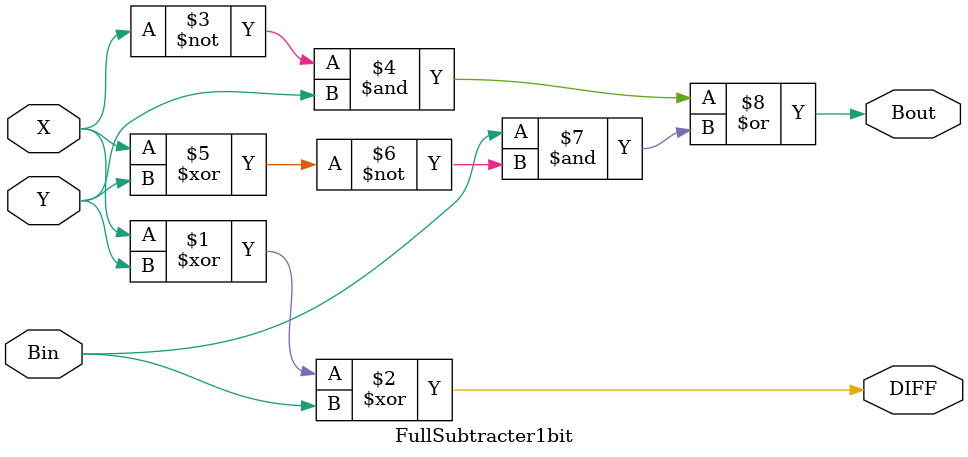
<source format=v>
`timescale 1ns / 1ps
module FullSubtracter1bit(
input X, input Y, input Bin, 
output DIFF, output Bout);
assign DIFF = X^Y^Bin;
assign Bout = ((~X&Y) | (Bin&(~(X^Y)))) ;
endmodule


</source>
